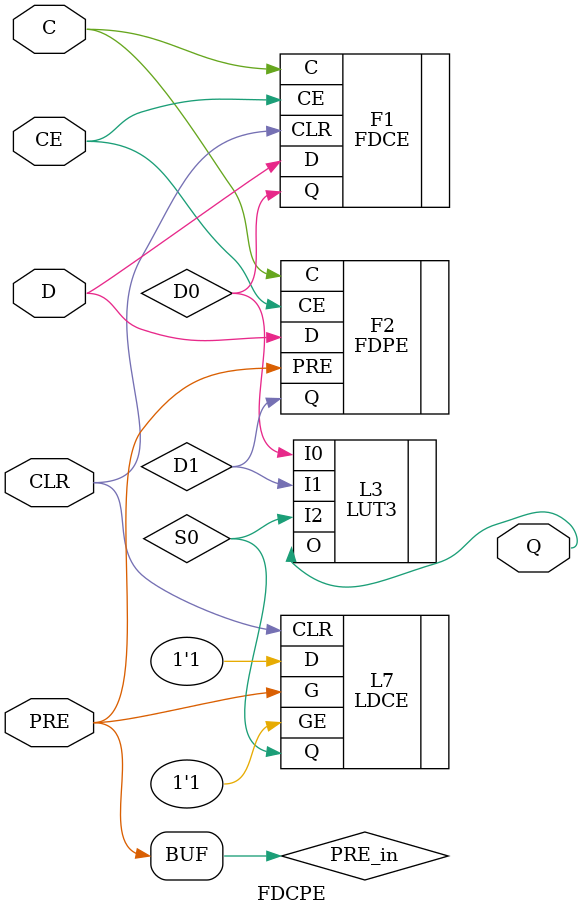
<source format=v>


`timescale  1 ps / 1 ps

module FDCPE (Q, C, CE, CLR, D, PRE);

    parameter [0:0] INIT = 1'b0;
    parameter [0:0] IS_C_INVERTED = 1'b0;
    parameter [0:0] IS_CLR_INVERTED = 1'b0;
    parameter [0:0] IS_PRE_INVERTED = 1'b0;

    output Q;

    input  C, CE, CLR, D, PRE;

    wire Q;
    wire D0, D1, S0;
    wire PRE_in;

    assign PRE_in = IS_PRE_INVERTED ^ PRE;

    FDCE #(.INIT(INIT), .IS_C_INVERTED(IS_C_INVERTED), .IS_CLR_INVERTED(IS_CLR_INVERTED)) F1 (.Q(D0), .C(C), .CE(CE), .CLR(CLR), .D(D));
    FDPE #(.INIT(INIT), .IS_C_INVERTED(IS_C_INVERTED), .IS_PRE_INVERTED(IS_PRE_INVERTED)) F2 (.Q(D1), .C(C), .CE(CE), .D(D), .PRE(PRE));
    LDCE #(.INIT(INIT), .IS_CLR_INVERTED(IS_CLR_INVERTED)) L7 (.Q(S0), .G(PRE_in), .GE(1'b1), .CLR(CLR), .D(1'b1));
    LUT3 #(.INIT(8'hCA)) L3 (.O(Q), .I0(D0), .I1(D1), .I2(S0)); 
endmodule


</source>
